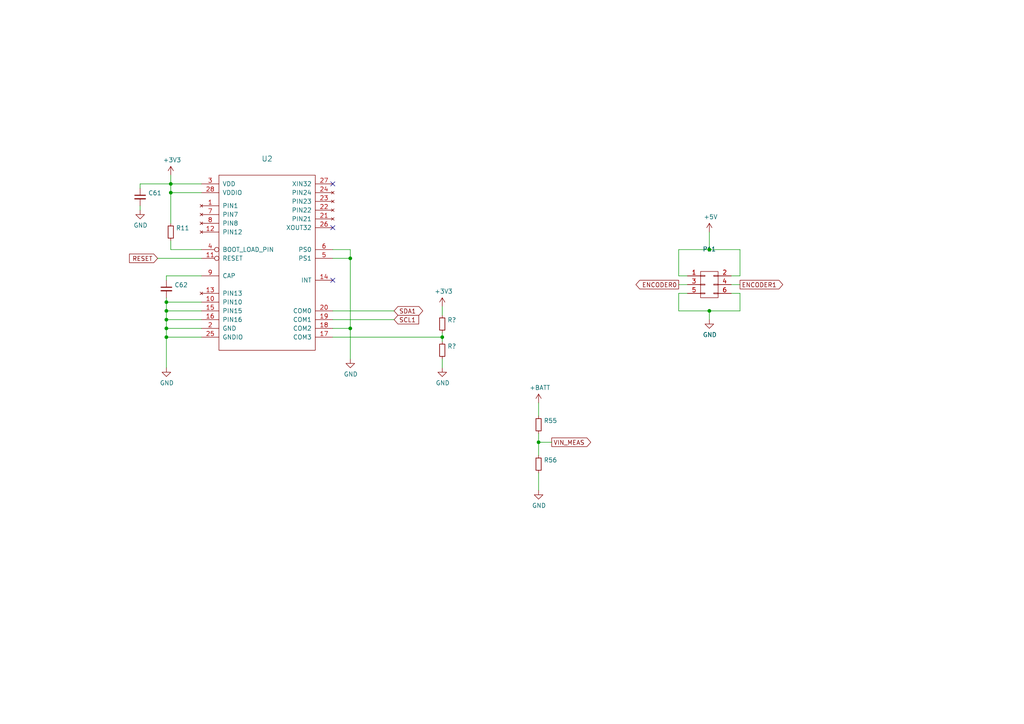
<source format=kicad_sch>
(kicad_sch (version 20211123) (generator eeschema)
  (paper "A4")
  (title_block (title "ECU") (rev "0.0.1") (company "wuehr1999"))
  (lib_symbols
    (symbol "MEMS:BNO055" (pin_names (offset 1.016))
      (property "Reference" "U" (at 19.05 49.53 0))
      (property "Value" "BNO055" (at 10.16 1.27 0))
      (symbol "BNO055_0_1"
        (rectangle (start 5.08 50.8) (end 33.02 0))
      )
      (symbol "BNO055_1_1"
        (pin no_connect line (at 0 41.91 0) (length 5.08) (name "PIN1") (number "1"))
        (pin input line (at 0 13.97 0) (length 5.08) (name "PIN10") (number "10"))
        (pin input inverted (at 0 26.67 0) (length 5.08) (name "RESET") (number "11"))
        (pin no_connect line (at 0 34.29 0) (length 5.08) (name "PIN12") (number "12"))
        (pin no_connect line (at 0 16.51 0) (length 5.08) (name "PIN13") (number "13"))
        (pin output line (at 38.1 20.32 180) (length 5.08) (name "INT") (number "14"))
        (pin input line (at 0 11.43 0) (length 5.08) (name "PIN15") (number "15"))
        (pin input line (at 0 8.89 0) (length 5.08) (name "PIN16") (number "16"))
        (pin input line (at 38.1 3.81 180) (length 5.08) (name "COM3") (number "17"))
        (pin input line (at 38.1 6.35 180) (length 5.08) (name "COM2") (number "18"))
        (pin input line (at 38.1 8.89 180) (length 5.08) (name "COM1") (number "19"))
        (pin input line (at 0 6.35 0) (length 5.08) (name "GND") (number "2"))
        (pin input line (at 38.1 11.43 180) (length 5.08) (name "COM0") (number "20"))
        (pin no_connect line (at 38.1 38.1 180) (length 5.08) (name "PIN21") (number "21"))
        (pin no_connect line (at 38.1 40.64 180) (length 5.08) (name "PIN22") (number "22"))
        (pin no_connect line (at 38.1 43.18 180) (length 5.08) (name "PIN23") (number "23"))
        (pin no_connect line (at 38.1 45.72 180) (length 5.08) (name "PIN24") (number "24"))
        (pin input line (at 0 3.81 0) (length 5.08) (name "GNDIO") (number "25"))
        (pin power_out line (at 38.1 35.56 180) (length 5.08) (name "XOUT32") (number "26"))
        (pin power_out line (at 38.1 48.26 180) (length 5.08) (name "XIN32") (number "27"))
        (pin input line (at 0 45.72 0) (length 5.08) (name "VDDIO") (number "28"))
        (pin input line (at 0 48.26 0) (length 5.08) (name "VDD") (number "3"))
        (pin input inverted (at 0 29.21 0) (length 5.08) (name "BOOT_LOAD_PIN") (number "4"))
        (pin input line (at 38.1 26.67 180) (length 5.08) (name "PS1") (number "5"))
        (pin input line (at 38.1 29.21 180) (length 5.08) (name "PS0") (number "6"))
        (pin no_connect line (at 0 39.37 0) (length 5.08) (name "PIN7") (number "7"))
        (pin no_connect line (at 0 36.83 0) (length 5.08) (name "PIN8") (number "8"))
        (pin input line (at 0 21.59 0) (length 5.08) (name "CAP") (number "9"))
      )
    )
    (symbol "devices:C_0603" (pin_numbers hide) (pin_names (offset 0.254) hide)
      (property "Reference" "C" (at 0.254 1.778 0))
      (property "Value" "C_0603" (at 0.254 -2.032 0))
      (symbol "C_0603_0_1"
        (polyline (pts (xy -1.524 -0.508) (xy 1.524 -0.508)) (stroke (width 0.3302)))
        (polyline (pts (xy -1.524 0.508) (xy 1.524 0.508)) (stroke (width 0.3048)))
      )
      (symbol "C_0603_1_1"
        (pin passive line (at 0 2.54 270) (length 1.905) (name "~") (number "1"))
        (pin passive line (at 0 -2.54 90) (length 2.032) (name "~") (number "2"))
      )
    )
    (symbol "devices:R_0603" (pin_numbers hide) (pin_names (offset 0.254) hide)
      (property "Reference" "R" (at 0.762 0.508 0))
      (property "Value" "R_0603" (at 0.762 -1.016 0))
      (symbol "R_0603_0_1"
        (rectangle (start -0.762 1.778) (end 0.762 -1.778) (stroke (width 0.2032)))
      )
      (symbol "R_0603_1_1"
        (pin passive line (at 0 2.54 270) (length 0.762) (name "~") (number "1"))
        (pin passive line (at 0 -2.54 90) (length 0.762) (name "~") (number "2"))
      )
    )
    (symbol "mechanical-connectors:CONN_02X03" (pin_names (offset 0.0254) hide)
      (property "Reference" "P" (at 0 5.08 0))
      (property "Value" "CONN_02X03" (at 0 -5.08 0))
      (symbol "CONN_02X03_0_1"
        (rectangle (start -2.54 -2.413) (end -1.27 -2.667))
        (rectangle (start -2.54 0.127) (end -1.27 -0.127))
        (rectangle (start -2.54 2.667) (end -1.27 2.413))
        (rectangle (start -2.54 3.81) (end 2.54 -3.81))
        (rectangle (start 1.27 -2.413) (end 2.54 -2.667))
        (rectangle (start 1.27 0.127) (end 2.54 -0.127))
        (rectangle (start 1.27 2.667) (end 2.54 2.413))
      )
      (symbol "CONN_02X03_1_1"
        (pin passive line (at -6.35 2.54 0) (length 3.81) (name "P1") (number "1"))
        (pin passive line (at 6.35 2.54 180) (length 3.81) (name "P2") (number "2"))
        (pin passive line (at -6.35 0 0) (length 3.81) (name "P3") (number "3"))
        (pin passive line (at 6.35 0 180) (length 3.81) (name "P4") (number "4"))
        (pin passive line (at -6.35 -2.54 0) (length 3.81) (name "P5") (number "5"))
        (pin passive line (at 6.35 -2.54 180) (length 3.81) (name "P6") (number "6"))
      )
    )
    (symbol "power-supply:+3V3" (power) (pin_names (offset 0))
      (property "Value" "+3V3" (at 0 3.556 0))
      (symbol "+3V3_0_1"
        (polyline (pts (xy -0.762 1.27) (xy 0 2.54)))
        (polyline (pts (xy 0 0) (xy 0 2.54)))
        (polyline (pts (xy 0 2.54) (xy 0.762 1.27)))
      )
      (symbol "+3V3_1_1"
        (pin power_in line (at 0 0 90) (length 0) hide (name "+3V3") (number "1"))
      )
    )
    (symbol "power-supply:+5V" (power) (pin_names (offset 0))
      (property "Value" "+5V" (at 0 3.556 0))
      (symbol "+5V_0_1"
        (polyline (pts (xy -0.762 1.27) (xy 0 2.54)))
        (polyline (pts (xy 0 0) (xy 0 2.54)))
        (polyline (pts (xy 0 2.54) (xy 0.762 1.27)))
      )
      (symbol "+5V_1_1"
        (pin power_in line (at 0 0 90) (length 0) hide (name "+5V") (number "1"))
      )
    )
    (symbol "power-supply:+BATT" (power) (pin_names (offset 0))
      (property "Value" "+BATT" (at 0 3.556 0))
      (symbol "+BATT_0_1"
        (polyline (pts (xy -0.762 1.27) (xy 0 2.54)))
        (polyline (pts (xy 0 0) (xy 0 2.54)))
        (polyline (pts (xy 0 2.54) (xy 0.762 1.27)))
      )
      (symbol "+BATT_1_1"
        (pin power_in line (at 0 0 90) (length 0) hide (name "+BATT") (number "1"))
      )
    )
    (symbol "power-supply:GND" (power) (pin_names (offset 0))
      (property "Value" "GND" (at 0 -3.81 0))
      (symbol "GND_0_1"
        (polyline (pts (xy 0 0) (xy 0 -1.27) (xy 1.27 -1.27) (xy 0 -2.54) (xy -1.27 -1.27) (xy 0 -1.27)))
      )
      (symbol "GND_1_1"
        (pin power_in line (at 0 0 270) (length 0) hide (name "GND") (number "1"))
      )
    )
  )
  (junction (at 49.53 55.88))
  (junction (at 205.74 72.39))
  (junction (at 49.53 53.34))
  (junction (at 205.74 90.17))
  (junction (at 128.27 97.79))
  (junction (at 48.26 97.79))
  (junction (at 48.26 87.63))
  (junction (at 101.6 95.25))
  (junction (at 48.26 92.71))
  (junction (at 48.26 95.25))
  (junction (at 48.26 90.17))
  (junction (at 101.6 74.93))
  (junction (at 156.21 128.27))
  (no_connect (at 96.52 53.34))
  (no_connect (at 96.52 81.28))
  (no_connect (at 96.52 66.04))
  (wire (pts (xy 156.21 128.27) (xy 160.02 128.27)))
  (wire (pts (xy 48.26 90.17) (xy 48.26 87.63)))
  (wire (pts (xy 96.52 92.71) (xy 114.3 92.71)))
  (wire (pts (xy 58.42 80.01) (xy 48.26 80.01)))
  (wire (pts (xy 196.85 85.09) (xy 196.85 90.17)))
  (wire (pts (xy 214.63 85.09) (xy 214.63 90.17)))
  (wire (pts (xy 196.85 72.39) (xy 205.74 72.39)))
  (wire (pts (xy 214.63 72.39) (xy 205.74 72.39)))
  (wire (pts (xy 199.39 85.09) (xy 196.85 85.09)))
  (wire (pts (xy 58.42 97.79) (xy 48.26 97.79)))
  (wire (pts (xy 199.39 80.01) (xy 196.85 80.01)))
  (wire (pts (xy 48.26 97.79) (xy 48.26 106.68)))
  (wire (pts (xy 96.52 90.17) (xy 114.3 90.17)))
  (wire (pts (xy 212.09 80.01) (xy 214.63 80.01)))
  (wire (pts (xy 196.85 80.01) (xy 196.85 72.39)))
  (wire (pts (xy 48.26 87.63) (xy 48.26 86.36)))
  (wire (pts (xy 49.53 64.77) (xy 49.53 55.88)))
  (wire (pts (xy 128.27 97.79) (xy 128.27 99.06)))
  (wire (pts (xy 196.85 90.17) (xy 205.74 90.17)))
  (wire (pts (xy 101.6 74.93) (xy 101.6 95.25)))
  (wire (pts (xy 58.42 92.71) (xy 48.26 92.71)))
  (wire (pts (xy 58.42 53.34) (xy 49.53 53.34)))
  (wire (pts (xy 40.64 59.69) (xy 40.64 60.96)))
  (wire (pts (xy 48.26 95.25) (xy 58.42 95.25)))
  (wire (pts (xy 96.52 72.39) (xy 101.6 72.39)))
  (wire (pts (xy 101.6 72.39) (xy 101.6 74.93)))
  (wire (pts (xy 128.27 91.44) (xy 128.27 88.9)))
  (wire (pts (xy 49.53 72.39) (xy 58.42 72.39)))
  (wire (pts (xy 58.42 55.88) (xy 49.53 55.88)))
  (wire (pts (xy 49.53 53.34) (xy 49.53 50.8)))
  (wire (pts (xy 49.53 53.34) (xy 40.64 53.34)))
  (wire (pts (xy 156.21 116.84) (xy 156.21 120.65)))
  (wire (pts (xy 101.6 95.25) (xy 101.6 104.14)))
  (wire (pts (xy 214.63 80.01) (xy 214.63 72.39)))
  (wire (pts (xy 48.26 80.01) (xy 48.26 81.28)))
  (wire (pts (xy 49.53 69.85) (xy 49.53 72.39)))
  (wire (pts (xy 128.27 104.14) (xy 128.27 106.68)))
  (wire (pts (xy 58.42 87.63) (xy 48.26 87.63)))
  (wire (pts (xy 48.26 92.71) (xy 48.26 95.25)))
  (wire (pts (xy 58.42 74.93) (xy 45.72 74.93)))
  (wire (pts (xy 58.42 90.17) (xy 48.26 90.17)))
  (wire (pts (xy 156.21 125.73) (xy 156.21 128.27)))
  (wire (pts (xy 96.52 97.79) (xy 128.27 97.79)))
  (wire (pts (xy 156.21 128.27) (xy 156.21 132.08)))
  (wire (pts (xy 214.63 90.17) (xy 205.74 90.17)))
  (wire (pts (xy 49.53 55.88) (xy 49.53 53.34)))
  (wire (pts (xy 199.39 82.55) (xy 196.85 82.55)))
  (wire (pts (xy 96.52 74.93) (xy 101.6 74.93)))
  (wire (pts (xy 128.27 96.52) (xy 128.27 97.79)))
  (wire (pts (xy 205.74 72.39) (xy 205.74 67.31)))
  (wire (pts (xy 40.64 53.34) (xy 40.64 54.61)))
  (wire (pts (xy 96.52 95.25) (xy 101.6 95.25)))
  (wire (pts (xy 212.09 85.09) (xy 214.63 85.09)))
  (wire (pts (xy 205.74 90.17) (xy 205.74 92.71)))
  (wire (pts (xy 48.26 90.17) (xy 48.26 92.71)))
  (wire (pts (xy 212.09 82.55) (xy 214.63 82.55)))
  (wire (pts (xy 48.26 95.25) (xy 48.26 97.79)))
  (wire (pts (xy 156.21 137.16) (xy 156.21 142.24)))
  (global_label "SCL1" (shape input) (at 114.3 92.71 0) (property "Intersheet References" "${INTERSHEET_REFS}" (effects hide)))
  (global_label "ENCODER0" (shape output) (at 196.85 82.55 180) (property "Intersheet References" "${INTERSHEET_REFS}" (effects hide)))
  (global_label "RESET" (shape input) (at 45.72 74.93 180) (property "Intersheet References" "${INTERSHEET_REFS}" (effects hide)))
  (global_label "ENCODER1" (shape output) (at 214.63 82.55 0) (property "Intersheet References" "${INTERSHEET_REFS}" (effects hide)))
  (global_label "VIN_MEAS" (shape output) (at 160.02 128.27 0) (property "Intersheet References" "${INTERSHEET_REFS}" (effects hide)))
  (global_label "SDA1" (shape bidirectional) (at 114.3 90.17 0) (property "Intersheet References" "${INTERSHEET_REFS}" (effects hide)))
  (symbol (lib_id "power-supply:+3V3") (at 49.53 50.8 0) (unit 1)
    (property "Reference" "#PWR0203" (effects hide))
  )
  (symbol (lib_id "devices:R_0603") (at 49.53 67.31 0) (unit 1)
    (property "Reference" "R11" (at 51.0286 66.1416 0) (effects (justify left)))
  )
  (symbol (lib_id "devices:C_0603") (at 48.26 83.82 0) (unit 1)
    (property "Reference" "C62" (at 50.5968 82.6516 0) (effects (justify left)))
  )
  (symbol (lib_id "power-supply:GND") (at 48.26 106.68 0) (unit 1)
    (property "Reference" "#PWR0204" (effects hide))
  )
  (symbol (lib_id "power-supply:GND") (at 101.6 104.14 0) (unit 1)
    (property "Reference" "#PWR0205" (effects hide))
  )
  (symbol (lib_id "devices:R_0603") (at 128.27 93.98 0) (unit 1)
    (property "Reference" "R?" (at 129.7686 92.8116 0) (effects (justify left)))
  )
  (symbol (lib_id "devices:R_0603") (at 128.27 101.6 0) (unit 1)
    (property "Reference" "R?" (at 129.7686 100.4316 0) (effects (justify left)))
  )
  (symbol (lib_id "power-supply:+3V3") (at 128.27 88.9 0) (unit 1)
    (property "Reference" "#PWR?" (effects hide))
  )
  (symbol (lib_id "power-supply:GND") (at 128.27 106.68 0) (unit 1)
    (property "Reference" "#PWR?" (effects hide))
  )
  (symbol (lib_id "devices:C_0603") (at 40.64 57.15 0) (unit 1)
    (property "Reference" "C61" (at 42.9768 55.9816 0) (effects (justify left)))
  )
  (symbol (lib_id "power-supply:GND") (at 40.64 60.96 0) (unit 1)
    (property "Reference" "#PWR0208" (effects hide))
  )
  (symbol (lib_id "mechanical-connectors:CONN_02X03") (at 205.74 82.55 0) (unit 1)
    (property "Reference" "P11" (at 205.74 72.263 0))
  )
  (symbol (lib_id "power-supply:+5V") (at 205.74 67.31 0) (unit 1)
    (property "Reference" "#PWR0209" (effects hide))
  )
  (symbol (lib_id "power-supply:GND") (at 205.74 92.71 0) (unit 1)
    (property "Reference" "#PWR0210" (effects hide))
  )
  (symbol (lib_id "devices:R_0603") (at 156.21 123.19 0) (unit 1)
    (property "Reference" "R55" (at 157.7086 122.0216 0) (effects (justify left)))
  )
  (symbol (lib_id "devices:R_0603") (at 156.21 134.62 0) (unit 1)
    (property "Reference" "R56" (at 157.7086 133.4516 0) (effects (justify left)))
  )
  (symbol (lib_id "power-supply:GND") (at 156.21 142.24 0) (unit 1)
    (property "Reference" "#PWR0212" (effects hide))
  )
  (symbol (lib_id "power-supply:+BATT") (at 156.21 116.84 0) (unit 1)
    (property "Reference" "#PWR0213" (effects hide))
  )
  (symbol (lib_id "MEMS:BNO055") (at 58.42 101.6 0) (unit 1)
    (property "Reference" "U2" (at 77.47 46.0502 0) (effects (font (size 1.524 1.524))))
  )
)
</source>
